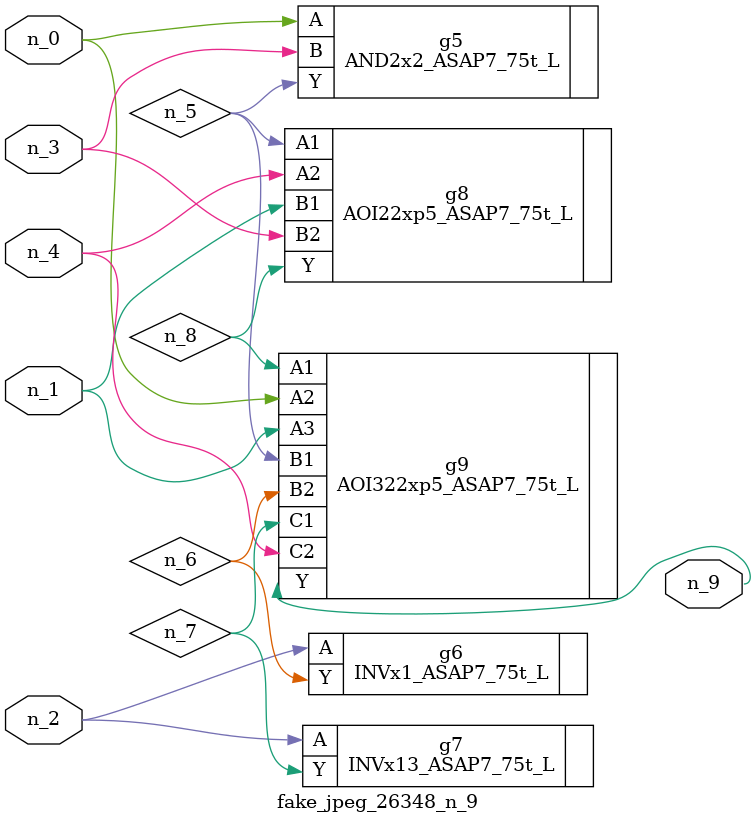
<source format=v>
module fake_jpeg_26348_n_9 (n_3, n_2, n_1, n_0, n_4, n_9);

input n_3;
input n_2;
input n_1;
input n_0;
input n_4;

output n_9;

wire n_8;
wire n_6;
wire n_5;
wire n_7;

AND2x2_ASAP7_75t_L g5 ( 
.A(n_0),
.B(n_3),
.Y(n_5)
);

INVx1_ASAP7_75t_L g6 ( 
.A(n_2),
.Y(n_6)
);

INVx13_ASAP7_75t_L g7 ( 
.A(n_2),
.Y(n_7)
);

AOI22xp5_ASAP7_75t_L g8 ( 
.A1(n_5),
.A2(n_4),
.B1(n_1),
.B2(n_3),
.Y(n_8)
);

AOI322xp5_ASAP7_75t_L g9 ( 
.A1(n_8),
.A2(n_0),
.A3(n_1),
.B1(n_5),
.B2(n_6),
.C1(n_7),
.C2(n_4),
.Y(n_9)
);


endmodule
</source>
